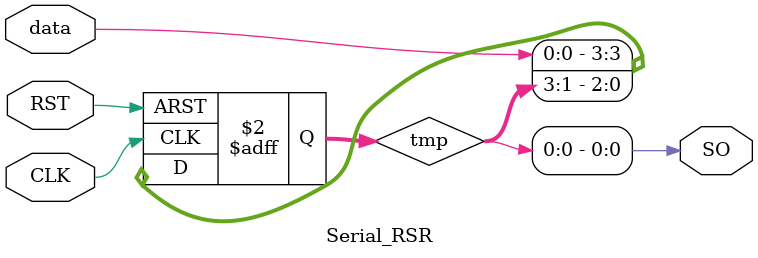
<source format=v>
`timescale 1ns / 1ps


module Serial_RSR #(parameter BITS = 4)
                   (input data,
                    input CLK, RST,
                    output SO);
    reg [BITS-1:0] tmp; 
    always @(posedge CLK or posedge RST) begin
        if(RST) tmp <= 0;
        else tmp <= {data, tmp[BITS-1:1]};
    end
    assign SO = tmp[0];
endmodule

</source>
